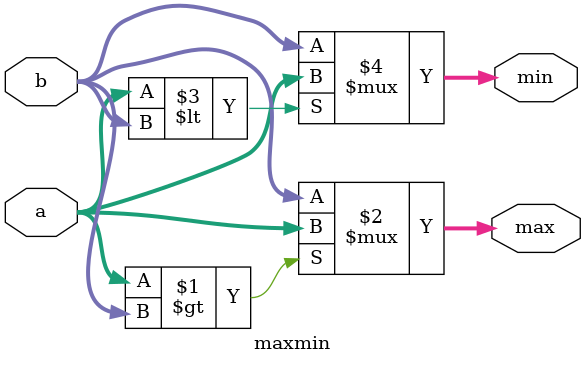
<source format=sv>

module maxmin(a,b,max,min);
input [3:0]a,b;
output [3:0]max,min;
assign max=(a>b)?a:b;
assign min=(a<b)?a:b;
endmodule

</source>
